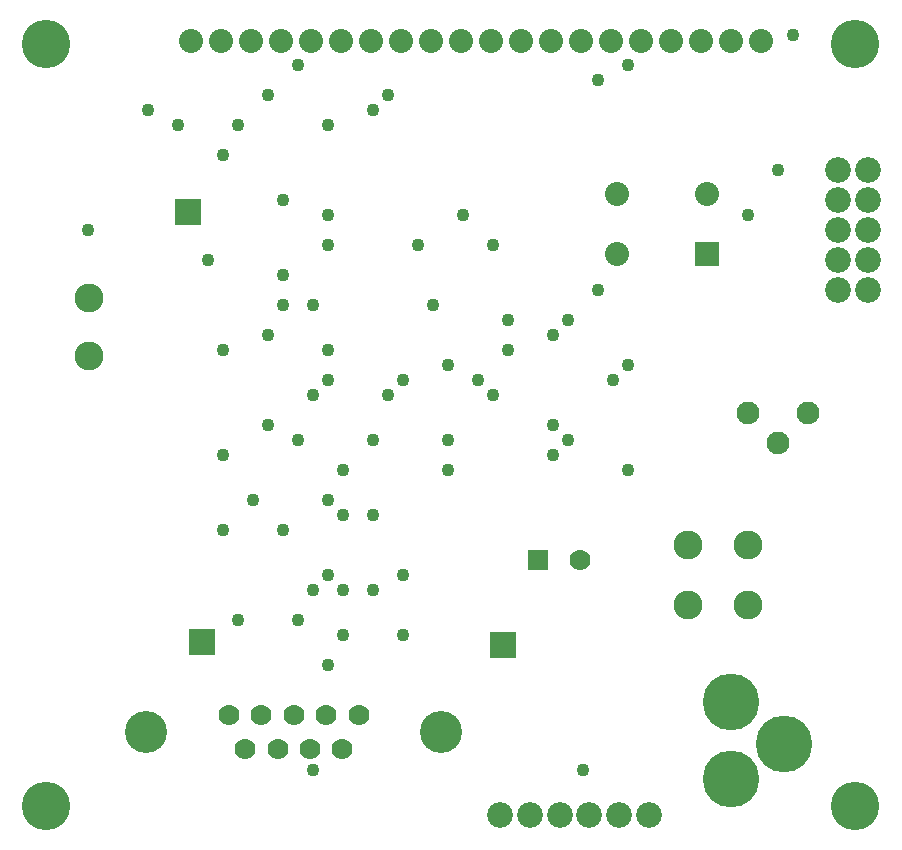
<source format=gbr>
G04 GERBER ASCII OUTPUT FROM: EDWIN 2000 (VER. 1.1 REV. 20011025)*
G04 GERBER FORMAT: RX-274-X*
G04 BOARD: PROTON_SER_GLCD*
G04 ARTWORK OF SOLD.MASK POSITIVE*
%ASAXBY*%
%FSLAX23Y23*%
%MIA0B0*%
%MOIN*%
%OFA0.0000B0.0000*%
%SFA1B1*%
%IJA0B0*%
%INLAYER30POS*%
%IOA0B0*%
%IPPOS*%
%IR0*%
G04 APERTURE MACROS*
%AMEDWDONUT*
1,1,$1,$2,$3*
1,0,$4,$2,$3*
%
%AMEDWFRECT*
2,1,$1,$2,$3,$4,$5,$6*
%
%AMEDWORECT*
2,1,$1,$2,$3,$4,$5,$10*
2,1,$1,$4,$5,$6,$7,$10*
2,1,$1,$6,$7,$8,$9,$10*
2,1,$1,$8,$9,$2,$3,$10*
1,1,$1,$2,$3*
1,1,$1,$4,$5*
1,1,$1,$6,$7*
1,1,$1,$8,$9*
%
%AMEDWLINER*
2,1,$1,$2,$3,$4,$5,$6*
1,1,$1,$2,$3*
1,1,$1,$4,$5*
%
%AMEDWFTRNG*
4,1,3,$1,$2,$3,$4,$5,$6,$7,$8,$9*
%
%AMEDWATRNG*
4,1,3,$1,$2,$3,$4,$5,$6,$7,$8,$9*
2,1,$11,$1,$2,$3,$4,$10*
2,1,$11,$3,$4,$5,$6,$10*
2,1,$11,$5,$6,$7,$8,$10*
1,1,$11,$3,$4*
1,1,$11,$5,$6*
1,1,$11,$7,$8*
%
%AMEDWOTRNG*
2,1,$1,$2,$3,$4,$5,$8*
2,1,$1,$4,$5,$6,$7,$8*
2,1,$1,$6,$7,$2,$3,$8*
1,1,$1,$2,$3*
1,1,$1,$4,$5*
1,1,$1,$6,$7*
%
G04*
G04 APERTURE LIST*
%ADD10R,0.0700X0.0650*%
%ADD11R,0.0940X0.0890*%
%ADD12R,0.0600X0.0550*%
%ADD13R,0.0840X0.0790*%
%ADD14R,0.0650X0.0700*%
%ADD15R,0.0890X0.0940*%
%ADD16R,0.0550X0.0600*%
%ADD17R,0.0790X0.0840*%
%ADD18R,0.0350X0.0900*%
%ADD19R,0.0590X0.1140*%
%ADD20R,0.0250X0.0800*%
%ADD21R,0.0490X0.1040*%
%ADD22R,0.0900X0.0350*%
%ADD23R,0.1140X0.0590*%
%ADD24R,0.0800X0.0250*%
%ADD25R,0.1040X0.0490*%
%ADD26R,0.0800X0.0800*%
%ADD27R,0.1040X0.1040*%
%ADD28R,0.0700X0.0700*%
%ADD29R,0.0940X0.0940*%
%ADD30R,0.0570X0.0970*%
%ADD31R,0.0810X0.1210*%
%ADD32R,0.0470X0.0870*%
%ADD33R,0.0710X0.1110*%
%ADD34R,0.1520X0.0970*%
%ADD35R,0.1760X0.1210*%
%ADD36R,0.1420X0.0870*%
%ADD37R,0.1660X0.1110*%
%ADD38R,0.0600X0.0600*%
%ADD39R,0.0840X0.0840*%
%ADD40R,0.0500X0.0580*%
%ADD41R,0.0740X0.0820*%
%ADD42R,0.0400X0.0480*%
%ADD43R,0.0640X0.0720*%
%ADD44R,0.0580X0.0500*%
%ADD45R,0.0820X0.0740*%
%ADD46R,0.0480X0.0400*%
%ADD47R,0.0720X0.0640*%
%ADD48R,0.0900X0.0900*%
%ADD49R,0.1140X0.1140*%
%ADD50C,0.0010*%
%ADD52C,0.0020*%
%ADD53R,0.0020X0.0020*%
%ADD54C,0.0030*%
%ADD55R,0.0030X0.0030*%
%ADD56C,0.0040*%
%ADD57R,0.0040X0.0040*%
%ADD58C,0.0050*%
%ADD59R,0.0050X0.0050*%
%ADD60C,0.00787*%
%ADD61R,0.00787X0.00787*%
%ADD62C,0.0080*%
%ADD64C,0.00984*%
%ADD65R,0.00984X0.00984*%
%ADD66C,0.0120*%
%ADD68C,0.0130*%
%ADD70C,0.01598*%
%ADD72C,0.01969*%
%ADD73R,0.01969X0.01969*%
%ADD74C,0.0200*%
%ADD76C,0.0250*%
%ADD77R,0.0250X0.0250*%
%ADD78C,0.0290*%
%ADD80C,0.03004*%
%ADD81R,0.03004X0.03004*%
%ADD82C,0.0320*%
%ADD84C,0.0350*%
%ADD85R,0.0350X0.0350*%
%ADD86C,0.0360*%
%ADD88C,0.0370*%
%ADD90C,0.03937*%
%ADD91R,0.03937X0.03937*%
%ADD92C,0.03998*%
%ADD94C,0.04331*%
%ADD95R,0.04331X0.04331*%
%ADD96C,0.04346*%
%ADD97R,0.04346X0.04346*%
%ADD98C,0.0440*%
%ADD100C,0.0490*%
%ADD101R,0.0490X0.0490*%
%ADD102C,0.0500*%
%ADD103R,0.0500X0.0500*%
%ADD104C,0.05404*%
%ADD105R,0.05404X0.05404*%
%ADD106C,0.0560*%
%ADD108C,0.0590*%
%ADD109R,0.0590X0.0590*%
%ADD110C,0.05906*%
%ADD111R,0.05906X0.05906*%
%ADD112C,0.0600*%
%ADD113R,0.0600X0.0600*%
%ADD114C,0.0620*%
%ADD116C,0.06693*%
%ADD117R,0.06693X0.06693*%
%ADD118C,0.06746*%
%ADD119R,0.06746X0.06746*%
%ADD120C,0.06906*%
%ADD121R,0.06906X0.06906*%
%ADD122C,0.0700*%
%ADD123R,0.0700X0.0700*%
%ADD124C,0.07087*%
%ADD125R,0.07087X0.07087*%
%ADD126C,0.0760*%
%ADD127R,0.0760X0.0760*%
%ADD128C,0.0800*%
%ADD129R,0.0800X0.0800*%
%ADD130C,0.08306*%
%ADD131R,0.08306X0.08306*%
%ADD132C,0.0840*%
%ADD133R,0.0840X0.0840*%
%ADD134C,0.08583*%
%ADD135R,0.08583X0.08583*%
%ADD136C,0.0860*%
%ADD138C,0.0880*%
%ADD140C,0.0900*%
%ADD141R,0.0900X0.0900*%
%ADD142C,0.09012*%
%ADD143R,0.09012X0.09012*%
%ADD144C,0.0940*%
%ADD145R,0.0940X0.0940*%
%ADD146C,0.09441*%
%ADD147R,0.09441X0.09441*%
%ADD148C,0.0960*%
%ADD150C,0.1000*%
%ADD151R,0.1000X0.1000*%
%ADD152C,0.10016*%
%ADD153R,0.10016X0.10016*%
%ADD154C,0.1040*%
%ADD155R,0.1040X0.1040*%
%ADD156C,0.10728*%
%ADD157R,0.10728X0.10728*%
%ADD158C,0.10983*%
%ADD159R,0.10983X0.10983*%
%ADD160C,0.1100*%
%ADD162C,0.11157*%
%ADD163R,0.11157X0.11157*%
%ADD164C,0.1120*%
%ADD166C,0.1140*%
%ADD167R,0.1140X0.1140*%
%ADD168C,0.11412*%
%ADD169R,0.11412X0.11412*%
%ADD170C,0.11841*%
%ADD171R,0.11841X0.11841*%
%ADD172C,0.1200*%
%ADD174C,0.12016*%
%ADD175R,0.12016X0.12016*%
%ADD176C,0.12416*%
%ADD177R,0.12416X0.12416*%
%ADD178C,0.1300*%
%ADD180C,0.13128*%
%ADD181R,0.13128X0.13128*%
%ADD182C,0.13557*%
%ADD183R,0.13557X0.13557*%
%ADD184C,0.13732*%
%ADD185R,0.13732X0.13732*%
%ADD186C,0.1400*%
%ADD188C,0.14416*%
%ADD189R,0.14416X0.14416*%
%ADD190C,0.1500*%
%ADD192C,0.1502*%
%ADD193R,0.1502X0.1502*%
%ADD194C,0.1540*%
%ADD196C,0.15449*%
%ADD197R,0.15449X0.15449*%
%ADD198C,0.15748*%
%ADD200C,0.16132*%
%ADD201R,0.16132X0.16132*%
%ADD202C,0.16142*%
%ADD204C,0.16307*%
%ADD205R,0.16307X0.16307*%
%ADD206C,0.1640*%
%ADD208C,0.16736*%
%ADD209R,0.16736X0.16736*%
%ADD210C,0.17165*%
%ADD211R,0.17165X0.17165*%
%ADD212C,0.17323*%
%ADD214C,0.1742*%
%ADD215R,0.1742X0.1742*%
%ADD216C,0.17849*%
%ADD217R,0.17849X0.17849*%
%ADD218C,0.18148*%
%ADD220C,0.18542*%
%ADD222C,0.18707*%
%ADD223R,0.18707X0.18707*%
%ADD224C,0.18898*%
%ADD226C,0.19136*%
%ADD227R,0.19136X0.19136*%
%ADD228C,0.19565*%
%ADD229R,0.19565X0.19565*%
%ADD230C,0.19685*%
%ADD232C,0.1974*%
%ADD233R,0.1974X0.1974*%
%ADD234C,0.20598*%
%ADD235R,0.20598X0.20598*%
%ADD236C,0.2126*%
%ADD238C,0.21457*%
%ADD239R,0.21457X0.21457*%
%ADD240C,0.21886*%
%ADD241R,0.21886X0.21886*%
%ADD242C,0.2214*%
%ADD243R,0.2214X0.2214*%
%ADD244C,0.22744*%
%ADD245R,0.22744X0.22744*%
%ADD246C,0.22835*%
%ADD249R,0.22998X0.22998*%
%ADD251R,0.23433X0.23433*%
%ADD253R,0.23602X0.23602*%
%ADD255R,0.23857X0.23857*%
%ADD257R,0.24286X0.24286*%
%ADD259R,0.25144X0.25144*%
%ADD261R,0.25748X0.25748*%
%ADD263R,0.25833X0.25833*%
%ADD265R,0.26002X0.26002*%
%ADD267R,0.26177X0.26177*%
%ADD269R,0.26835X0.26835*%
%ADD271R,0.28148X0.28148*%
%ADD273R,0.28577X0.28577*%
%ADD275R,0.28752X0.28752*%
%ADD277R,0.29235X0.29235*%
%ADD279R,0.30039X0.30039*%
%ADD281R,0.31152X0.31152*%
%ADD283R,0.31327X0.31327*%
%ADD285R,0.3137X0.3137*%
%ADD287R,0.32185X0.32185*%
%ADD289R,0.32439X0.32439*%
%ADD291R,0.33727X0.33727*%
%ADD293R,0.3377X0.3377*%
%ADD295R,0.34585X0.34585*%
%ADD297R,0.36047X0.36047*%
%ADD299R,0.36906X0.36906*%
%ADD301R,0.38447X0.38447*%
%ADD303R,0.39306X0.39306*%
%ADD305R,0.41197X0.41197*%
%ADD307R,0.43597X0.43597*%
%ADD309R,0.45917X0.45917*%
%ADD311R,0.48317X0.48317*%
%ADD313R,0.50209X0.50209*%
%ADD315R,0.51925X0.51925*%
%ADD317R,0.52609X0.52609*%
%ADD319R,0.54325X0.54325*%
%ADD321R,0.57504X0.57504*%
%ADD323R,0.5965X0.5965*%
%ADD325R,0.59904X0.59904*%
%ADD327R,0.6205X0.6205*%
%ADD329R,1.06425X1.06425*%
%ADD331R,1.08825X1.08825*%
%ADD332C,1.18825*%
%ADD333R,1.18825X1.18825*%
%ADD334C,1.28825*%
%ADD335R,1.28825X1.28825*%
%ADD336C,1.38825*%
%ADD337R,1.38825X1.38825*%
%ADD338C,1.48825*%
%ADD339R,1.48825X1.48825*%
%ADD340C,1.58825*%
%ADD341R,1.58825X1.58825*%
%ADD342C,1.68825*%
%ADD343R,1.68825X1.68825*%
%ADD344C,1.78825*%
%ADD345R,1.78825X1.78825*%
%ADD346C,1.88825*%
%ADD347R,1.88825X1.88825*%
%ADD348C,1.98825*%
%ADD349R,1.98825X1.98825*%
G04*
D128*
X2549Y2653D02*D03*
X2449Y2653D02*D03*
X2349Y2653D02*D03*
X2249Y2653D02*D03*
X2149Y2653D02*D03*
X2049Y2653D02*D03*
X1949Y2653D02*D03*
X1849Y2653D02*D03*
X1749Y2653D02*D03*
X1649Y2653D02*D03*
X1549Y2653D02*D03*
X1449Y2653D02*D03*
X1349Y2653D02*D03*
X1249Y2653D02*D03*
X1149Y2653D02*D03*
X1049Y2653D02*D03*
X949Y2653D02*D03*
X849Y2653D02*D03*
X749Y2653D02*D03*
X649Y2653D02*D03*
D202*
X2862Y2645D02*D03*
X165Y2645D02*D03*
X165Y106D02*D03*
X2862Y106D02*D03*
D224*
X2449Y450D02*D03*
X2626Y312D02*D03*
X2449Y194D02*D03*
D148*
X2505Y775D02*D03*
X2505Y975D02*D03*
X2305Y975D02*D03*
X2305Y775D02*D03*
D126*
X2506Y1416D02*D03*
X2606Y1316D02*D03*
X2706Y1416D02*D03*
D122*
X1208Y408D02*D03*
X1100Y408D02*D03*
X992Y408D02*D03*
X884Y408D02*D03*
X776Y408D02*D03*
X1154Y296D02*D03*
X1046Y296D02*D03*
X938Y296D02*D03*
X830Y296D02*D03*
D186*
X1484Y352D02*D03*
X500Y352D02*D03*
D26* 
X2370Y1946D02*D03*
D128*
X2370Y2146D02*D03*
X2070Y2146D02*D03*
X2070Y1946D02*D03*
D148*
X310Y1797D02*D03*
X310Y1605D02*D03*
D28* 
X1805Y925D02*D03*
D122*
X1945Y925D02*D03*
D136*
X1678Y76D02*D03*
X1778Y76D02*D03*
X1878Y76D02*D03*
X2176Y76D02*D03*
X2076Y76D02*D03*
X1976Y76D02*D03*
X2805Y2225D02*D03*
X2905Y2225D02*D03*
X2805Y2125D02*D03*
X2905Y2125D02*D03*
X2805Y2025D02*D03*
X2905Y2025D02*D03*
X2805Y1925D02*D03*
X2905Y1925D02*D03*
X2805Y1825D02*D03*
X2905Y1825D02*D03*
D48* 
X685Y650D02*D03*
X1690Y640D02*D03*
X640Y2085D02*D03*
D94* 
X1355Y875D02*D03*
X2105Y2575D02*D03*
X1605Y1525D02*D03*
X905Y1675D02*D03*
X1955Y225D02*D03*
X1105Y2375D02*D03*
X1855Y1675D02*D03*
X1055Y225D02*D03*
X1455Y1775D02*D03*
X805Y725D02*D03*
X1355Y675D02*D03*
X705Y1925D02*D03*
X805Y2375D02*D03*
X2005Y1825D02*D03*
X2005Y2525D02*D03*
X2055Y1525D02*D03*
X1505Y1575D02*D03*
X905Y2475D02*D03*
X755Y1625D02*D03*
X1705Y1625D02*D03*
X1255Y1325D02*D03*
X2105Y1575D02*D03*
X2105Y1225D02*D03*
X1505Y1225D02*D03*
X1005Y2575D02*D03*
X2505Y2075D02*D03*
X955Y1775D02*D03*
X1105Y1625D02*D03*
X1855Y1375D02*D03*
X605Y2375D02*D03*
X1155Y1225D02*D03*
X2655Y2675D02*D03*
X305Y2025D02*D03*
X505Y2425D02*D03*
X1905Y1325D02*D03*
X1905Y1725D02*D03*
X1705Y1725D02*D03*
X1655Y1475D02*D03*
X955Y1025D02*D03*
X1155Y1075D02*D03*
X1105Y1125D02*D03*
X1255Y1075D02*D03*
X855Y1125D02*D03*
X1105Y875D02*D03*
X1855Y1275D02*D03*
X1505Y1325D02*D03*
X1005Y1325D02*D03*
X1655Y1975D02*D03*
X1055Y1775D02*D03*
X1555Y2075D02*D03*
X1105Y2075D02*D03*
X1305Y1475D02*D03*
X1055Y1475D02*D03*
X905Y1375D02*D03*
X1155Y825D02*D03*
X1355Y1525D02*D03*
X1105Y1525D02*D03*
X755Y1275D02*D03*
X755Y1025D02*D03*
X1405Y1975D02*D03*
X1105Y1975D02*D03*
X1305Y2475D02*D03*
X1255Y2425D02*D03*
X1155Y675D02*D03*
X1055Y825D02*D03*
X1005Y725D02*D03*
X755Y2275D02*D03*
X1255Y825D02*D03*
X1105Y575D02*D03*
X2605Y2225D02*D03*
X955Y1875D02*D03*
X955Y2125D02*D03*
M02*

</source>
